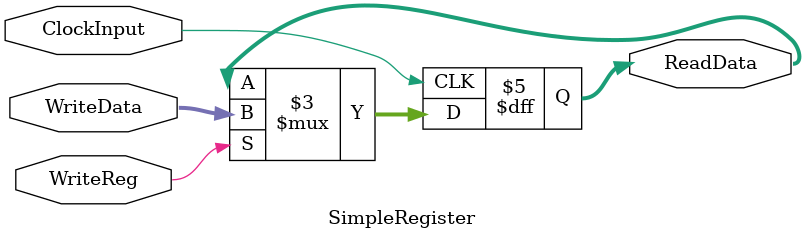
<source format=v>
`timescale 1ns / 1ps


module SimpleRegister(
    input [15:0] WriteData,
    input WriteReg,
    input ClockInput,
    output reg [15:0] ReadData=0
    );
    
    always @(posedge ClockInput)
    begin
        if(WriteReg)ReadData<=WriteData;
    end
    
endmodule

</source>
